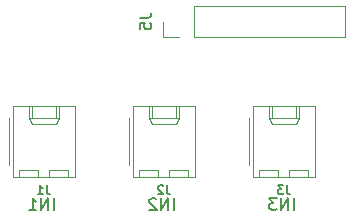
<source format=gbr>
%TF.GenerationSoftware,KiCad,Pcbnew,5.1.10-88a1d61d58~90~ubuntu20.04.1*%
%TF.CreationDate,2021-08-07T12:40:56-04:00*%
%TF.ProjectId,ao_audio_mixer,616f5f61-7564-4696-9f5f-6d697865722e,rev?*%
%TF.SameCoordinates,Original*%
%TF.FileFunction,Legend,Bot*%
%TF.FilePolarity,Positive*%
%FSLAX46Y46*%
G04 Gerber Fmt 4.6, Leading zero omitted, Abs format (unit mm)*
G04 Created by KiCad (PCBNEW 5.1.10-88a1d61d58~90~ubuntu20.04.1) date 2021-08-07 12:40:56*
%MOMM*%
%LPD*%
G01*
G04 APERTURE LIST*
%ADD10C,0.150000*%
%ADD11C,0.120000*%
G04 APERTURE END LIST*
D10*
X171312000Y-151626380D02*
X171312000Y-150626380D01*
X170835809Y-151626380D02*
X170835809Y-150626380D01*
X170264380Y-151626380D01*
X170264380Y-150626380D01*
X169264380Y-151626380D02*
X169835809Y-151626380D01*
X169550095Y-151626380D02*
X169550095Y-150626380D01*
X169645333Y-150769238D01*
X169740571Y-150864476D01*
X169835809Y-150912095D01*
X181472000Y-151626380D02*
X181472000Y-150626380D01*
X180995809Y-151626380D02*
X180995809Y-150626380D01*
X180424380Y-151626380D01*
X180424380Y-150626380D01*
X179995809Y-150721619D02*
X179948190Y-150674000D01*
X179852952Y-150626380D01*
X179614857Y-150626380D01*
X179519619Y-150674000D01*
X179472000Y-150721619D01*
X179424380Y-150816857D01*
X179424380Y-150912095D01*
X179472000Y-151054952D01*
X180043428Y-151626380D01*
X179424380Y-151626380D01*
X191632000Y-151626380D02*
X191632000Y-150626380D01*
X191155809Y-151626380D02*
X191155809Y-150626380D01*
X190584380Y-151626380D01*
X190584380Y-150626380D01*
X190203428Y-150626380D02*
X189584380Y-150626380D01*
X189917714Y-151007333D01*
X189774857Y-151007333D01*
X189679619Y-151054952D01*
X189632000Y-151102571D01*
X189584380Y-151197809D01*
X189584380Y-151435904D01*
X189632000Y-151531142D01*
X189679619Y-151578761D01*
X189774857Y-151626380D01*
X190060571Y-151626380D01*
X190155809Y-151578761D01*
X190203428Y-151531142D01*
D11*
%TO.C,J5*%
X180590000Y-135680000D02*
X180590000Y-137010000D01*
X180590000Y-137010000D02*
X181920000Y-137010000D01*
X183190000Y-137010000D02*
X195950000Y-137010000D01*
X195950000Y-134350000D02*
X195950000Y-137010000D01*
X183190000Y-134350000D02*
X195950000Y-134350000D01*
X183190000Y-134350000D02*
X183190000Y-137010000D01*
%TO.C,J2*%
X182720000Y-148270000D02*
X182720000Y-148870000D01*
X181120000Y-148270000D02*
X182720000Y-148270000D01*
X181120000Y-148870000D02*
X181120000Y-148270000D01*
X180180000Y-148270000D02*
X180180000Y-148870000D01*
X178580000Y-148270000D02*
X180180000Y-148270000D01*
X178580000Y-148870000D02*
X178580000Y-148270000D01*
X181670000Y-142850000D02*
X181670000Y-143850000D01*
X179630000Y-142850000D02*
X179630000Y-143850000D01*
X181670000Y-144380000D02*
X181920000Y-143850000D01*
X179630000Y-144380000D02*
X181670000Y-144380000D01*
X179380000Y-143850000D02*
X179630000Y-144380000D01*
X181920000Y-143850000D02*
X181920000Y-142850000D01*
X179380000Y-143850000D02*
X181920000Y-143850000D01*
X179380000Y-142850000D02*
X179380000Y-143850000D01*
X177710000Y-147840000D02*
X177710000Y-143840000D01*
X183300000Y-148870000D02*
X178000000Y-148870000D01*
X183300000Y-142850000D02*
X183300000Y-148870000D01*
X178000000Y-142850000D02*
X183300000Y-142850000D01*
X178000000Y-148870000D02*
X178000000Y-142850000D01*
%TO.C,J1*%
X172560000Y-148270000D02*
X172560000Y-148870000D01*
X170960000Y-148270000D02*
X172560000Y-148270000D01*
X170960000Y-148870000D02*
X170960000Y-148270000D01*
X170020000Y-148270000D02*
X170020000Y-148870000D01*
X168420000Y-148270000D02*
X170020000Y-148270000D01*
X168420000Y-148870000D02*
X168420000Y-148270000D01*
X171510000Y-142850000D02*
X171510000Y-143850000D01*
X169470000Y-142850000D02*
X169470000Y-143850000D01*
X171510000Y-144380000D02*
X171760000Y-143850000D01*
X169470000Y-144380000D02*
X171510000Y-144380000D01*
X169220000Y-143850000D02*
X169470000Y-144380000D01*
X171760000Y-143850000D02*
X171760000Y-142850000D01*
X169220000Y-143850000D02*
X171760000Y-143850000D01*
X169220000Y-142850000D02*
X169220000Y-143850000D01*
X167550000Y-147840000D02*
X167550000Y-143840000D01*
X173140000Y-148870000D02*
X167840000Y-148870000D01*
X173140000Y-142850000D02*
X173140000Y-148870000D01*
X167840000Y-142850000D02*
X173140000Y-142850000D01*
X167840000Y-148870000D02*
X167840000Y-142850000D01*
%TO.C,J3*%
X192880000Y-148270000D02*
X192880000Y-148870000D01*
X191280000Y-148270000D02*
X192880000Y-148270000D01*
X191280000Y-148870000D02*
X191280000Y-148270000D01*
X190340000Y-148270000D02*
X190340000Y-148870000D01*
X188740000Y-148270000D02*
X190340000Y-148270000D01*
X188740000Y-148870000D02*
X188740000Y-148270000D01*
X191830000Y-142850000D02*
X191830000Y-143850000D01*
X189790000Y-142850000D02*
X189790000Y-143850000D01*
X191830000Y-144380000D02*
X192080000Y-143850000D01*
X189790000Y-144380000D02*
X191830000Y-144380000D01*
X189540000Y-143850000D02*
X189790000Y-144380000D01*
X192080000Y-143850000D02*
X192080000Y-142850000D01*
X189540000Y-143850000D02*
X192080000Y-143850000D01*
X189540000Y-142850000D02*
X189540000Y-143850000D01*
X187870000Y-147840000D02*
X187870000Y-143840000D01*
X193460000Y-148870000D02*
X188160000Y-148870000D01*
X193460000Y-142850000D02*
X193460000Y-148870000D01*
X188160000Y-142850000D02*
X193460000Y-142850000D01*
X188160000Y-148870000D02*
X188160000Y-142850000D01*
%TO.C,J5*%
D10*
X178602380Y-135346666D02*
X179316666Y-135346666D01*
X179459523Y-135299047D01*
X179554761Y-135203809D01*
X179602380Y-135060952D01*
X179602380Y-134965714D01*
X178602380Y-136299047D02*
X178602380Y-135822857D01*
X179078571Y-135775238D01*
X179030952Y-135822857D01*
X178983333Y-135918095D01*
X178983333Y-136156190D01*
X179030952Y-136251428D01*
X179078571Y-136299047D01*
X179173809Y-136346666D01*
X179411904Y-136346666D01*
X179507142Y-136299047D01*
X179554761Y-136251428D01*
X179602380Y-136156190D01*
X179602380Y-135918095D01*
X179554761Y-135822857D01*
X179507142Y-135775238D01*
%TO.C,J2*%
X180900000Y-149549285D02*
X180900000Y-150085000D01*
X180935714Y-150192142D01*
X181007142Y-150263571D01*
X181114285Y-150299285D01*
X181185714Y-150299285D01*
X180578571Y-149620714D02*
X180542857Y-149585000D01*
X180471428Y-149549285D01*
X180292857Y-149549285D01*
X180221428Y-149585000D01*
X180185714Y-149620714D01*
X180150000Y-149692142D01*
X180150000Y-149763571D01*
X180185714Y-149870714D01*
X180614285Y-150299285D01*
X180150000Y-150299285D01*
%TO.C,J1*%
X170740000Y-149549285D02*
X170740000Y-150085000D01*
X170775714Y-150192142D01*
X170847142Y-150263571D01*
X170954285Y-150299285D01*
X171025714Y-150299285D01*
X169990000Y-150299285D02*
X170418571Y-150299285D01*
X170204285Y-150299285D02*
X170204285Y-149549285D01*
X170275714Y-149656428D01*
X170347142Y-149727857D01*
X170418571Y-149763571D01*
%TO.C,J3*%
X191060000Y-149549285D02*
X191060000Y-150085000D01*
X191095714Y-150192142D01*
X191167142Y-150263571D01*
X191274285Y-150299285D01*
X191345714Y-150299285D01*
X190774285Y-149549285D02*
X190310000Y-149549285D01*
X190560000Y-149835000D01*
X190452857Y-149835000D01*
X190381428Y-149870714D01*
X190345714Y-149906428D01*
X190310000Y-149977857D01*
X190310000Y-150156428D01*
X190345714Y-150227857D01*
X190381428Y-150263571D01*
X190452857Y-150299285D01*
X190667142Y-150299285D01*
X190738571Y-150263571D01*
X190774285Y-150227857D01*
%TD*%
M02*

</source>
